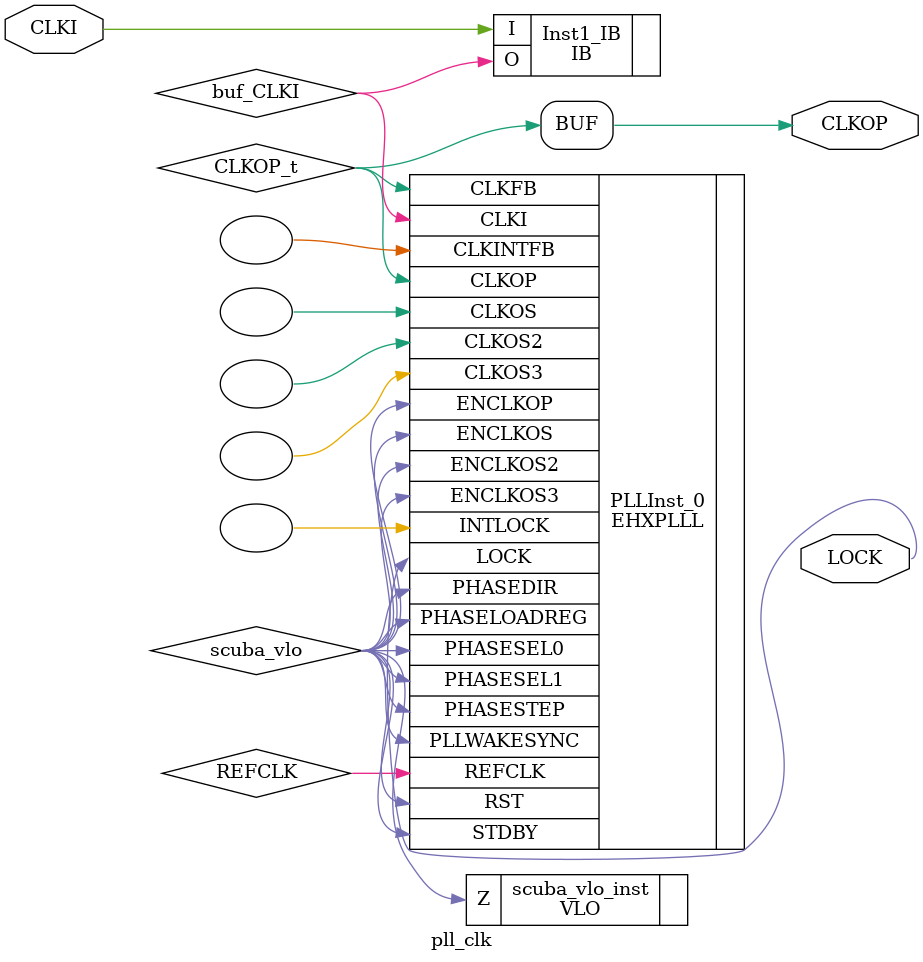
<source format=v>
/* Verilog netlist generated by SCUBA Diamond (64-bit) 3.11.2.446 */
/* Module Version: 5.7 */
/* C:\lscc\diamond\3.11_x64\ispfpga\bin\nt64\scuba.exe -w -n pll_clk -lang verilog -synth lse -bus_exp 7 -bb -arch sa5p00 -type pll -fin 100.00 -clkibuf LVDS -fclkop 100.0 -fclkop_tol 0.0 -phase_cntl STATIC -lock -fb_mode 1 -fdc C:/Users/Kumar/Documents/testptrn_proj_aud_isoc_4/IP/pll/pll_clk/pll_clk.fdc  */
/* Wed Mar 24 16:39:49 2021 */


`timescale 1 ns / 1 ps
module pll_clk (CLKI, CLKOP, LOCK)/* synthesis NGD_DRC_MASK=1 */;
    input wire CLKI;
    output wire CLKOP;
    output wire LOCK;

    wire REFCLK;
    wire CLKOP_t;
    wire buf_CLKI;
    wire scuba_vhi;
    wire scuba_vlo;

    IB Inst1_IB (.I(CLKI), .O(buf_CLKI))
             /* synthesis IO_TYPE="LVDS" */;

    VHI scuba_vhi_inst (.Z(scuba_vhi));

    VLO scuba_vlo_inst (.Z(scuba_vlo));

    defparam PLLInst_0.PLLRST_ENA = "DISABLED" ;
    defparam PLLInst_0.INTFB_WAKE = "DISABLED" ;
    defparam PLLInst_0.STDBY_ENABLE = "DISABLED" ;
    defparam PLLInst_0.DPHASE_SOURCE = "DISABLED" ;
    defparam PLLInst_0.CLKOS3_FPHASE = 0 ;
    defparam PLLInst_0.CLKOS3_CPHASE = 0 ;
    defparam PLLInst_0.CLKOS2_FPHASE = 0 ;
    defparam PLLInst_0.CLKOS2_CPHASE = 0 ;
    defparam PLLInst_0.CLKOS_FPHASE = 0 ;
    defparam PLLInst_0.CLKOS_CPHASE = 0 ;
    defparam PLLInst_0.CLKOP_FPHASE = 0 ;
    defparam PLLInst_0.CLKOP_CPHASE = 5 ;
    defparam PLLInst_0.PLL_LOCK_MODE = 0 ;
    defparam PLLInst_0.CLKOS_TRIM_DELAY = 0 ;
    defparam PLLInst_0.CLKOS_TRIM_POL = "FALLING" ;
    defparam PLLInst_0.CLKOP_TRIM_DELAY = 0 ;
    defparam PLLInst_0.CLKOP_TRIM_POL = "FALLING" ;
    defparam PLLInst_0.OUTDIVIDER_MUXD = "DIVD" ;
    defparam PLLInst_0.CLKOS3_ENABLE = "DISABLED" ;
    defparam PLLInst_0.OUTDIVIDER_MUXC = "DIVC" ;
    defparam PLLInst_0.CLKOS2_ENABLE = "DISABLED" ;
    defparam PLLInst_0.OUTDIVIDER_MUXB = "DIVB" ;
    defparam PLLInst_0.CLKOS_ENABLE = "DISABLED" ;
    defparam PLLInst_0.OUTDIVIDER_MUXA = "DIVA" ;
    defparam PLLInst_0.CLKOP_ENABLE = "ENABLED" ;
    defparam PLLInst_0.CLKOS3_DIV = 1 ;
    defparam PLLInst_0.CLKOS2_DIV = 1 ;
    defparam PLLInst_0.CLKOS_DIV = 1 ;
    defparam PLLInst_0.CLKOP_DIV = 6 ;
    defparam PLLInst_0.CLKFB_DIV = 1 ;
    defparam PLLInst_0.CLKI_DIV = 1 ;
    defparam PLLInst_0.FEEDBK_PATH = "CLKOP" ;
    EHXPLLL PLLInst_0 (.CLKI(buf_CLKI), .CLKFB(CLKOP_t), .PHASESEL1(scuba_vlo), 
        .PHASESEL0(scuba_vlo), .PHASEDIR(scuba_vlo), .PHASESTEP(scuba_vlo), 
        .PHASELOADREG(scuba_vlo), .STDBY(scuba_vlo), .PLLWAKESYNC(scuba_vlo), 
        .RST(scuba_vlo), .ENCLKOP(scuba_vlo), .ENCLKOS(scuba_vlo), .ENCLKOS2(scuba_vlo), 
        .ENCLKOS3(scuba_vlo), .CLKOP(CLKOP_t), .CLKOS(), .CLKOS2(), .CLKOS3(), 
        .LOCK(LOCK), .INTLOCK(), .REFCLK(REFCLK), .CLKINTFB())
             /* synthesis FREQUENCY_PIN_CLKOP="100.000000" */
             /* synthesis FREQUENCY_PIN_CLKI="100.000000" */
             /* synthesis ICP_CURRENT="9" */
             /* synthesis LPF_RESISTOR="72" */;

    assign CLKOP = CLKOP_t;


    // exemplar begin
    // exemplar attribute Inst1_IB IO_TYPE LVDS
    // exemplar attribute PLLInst_0 FREQUENCY_PIN_CLKOP 100.000000
    // exemplar attribute PLLInst_0 FREQUENCY_PIN_CLKI 100.000000
    // exemplar attribute PLLInst_0 ICP_CURRENT 9
    // exemplar attribute PLLInst_0 LPF_RESISTOR 72
    // exemplar end

endmodule

</source>
